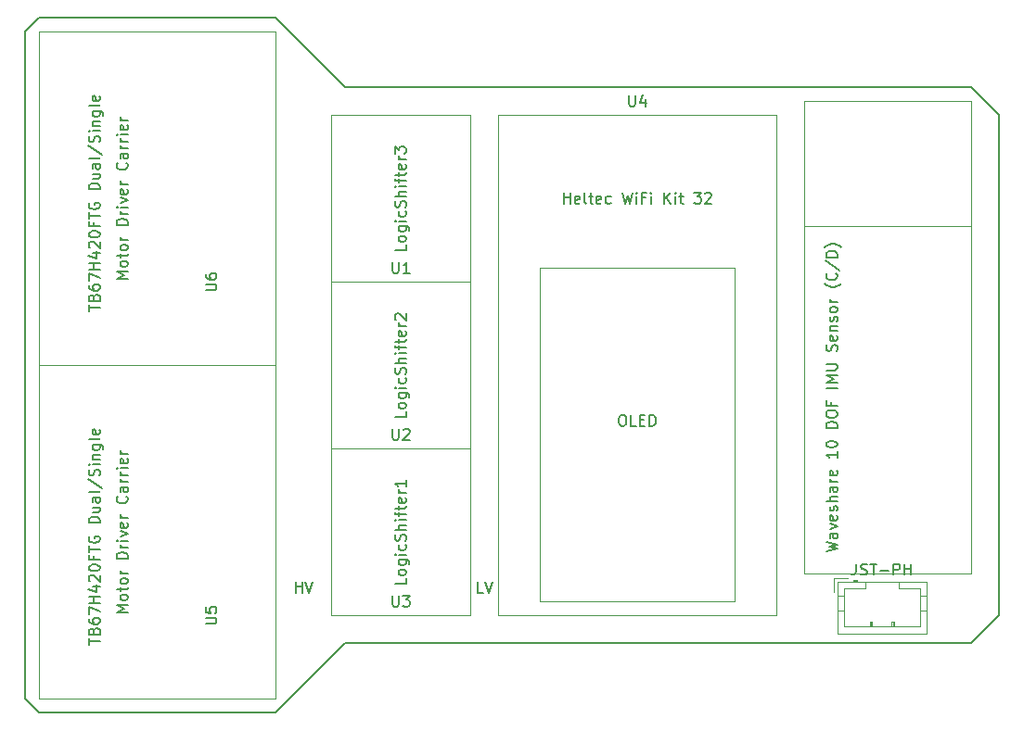
<source format=gbr>
G04 #@! TF.GenerationSoftware,KiCad,Pcbnew,(5.1.2)-2*
G04 #@! TF.CreationDate,2019-07-24T13:36:26-05:00*
G04 #@! TF.ProjectId,ECE 597 PCB,45434520-3539-4372-9050-43422e6b6963,rev?*
G04 #@! TF.SameCoordinates,Original*
G04 #@! TF.FileFunction,Legend,Top*
G04 #@! TF.FilePolarity,Positive*
%FSLAX46Y46*%
G04 Gerber Fmt 4.6, Leading zero omitted, Abs format (unit mm)*
G04 Created by KiCad (PCBNEW (5.1.2)-2) date 2019-07-24 13:36:26*
%MOMM*%
%LPD*%
G04 APERTURE LIST*
%ADD10C,0.150000*%
%ADD11C,0.120000*%
G04 APERTURE END LIST*
D10*
X161760000Y-75080000D02*
X161760000Y-85240000D01*
X159220000Y-72540000D02*
X161760000Y-75080000D01*
X146520000Y-72540000D02*
X159220000Y-72540000D01*
X161760000Y-120800000D02*
X161760000Y-110640000D01*
X159220000Y-123340000D02*
X161760000Y-120800000D01*
X141440000Y-123340000D02*
X159220000Y-123340000D01*
X161760000Y-85240000D02*
X161760000Y-110640000D01*
X146520000Y-72540000D02*
X141440000Y-72540000D01*
X114650952Y-118712380D02*
X114174761Y-118712380D01*
X114174761Y-117712380D01*
X114841428Y-117712380D02*
X115174761Y-118712380D01*
X115508095Y-117712380D01*
X97545714Y-118712380D02*
X97545714Y-117712380D01*
X97545714Y-118188571D02*
X98117142Y-118188571D01*
X98117142Y-118712380D02*
X98117142Y-117712380D01*
X98450476Y-117712380D02*
X98783809Y-118712380D01*
X99117142Y-117712380D01*
X102070000Y-72540000D02*
X141440000Y-72540000D01*
X95720000Y-66190000D02*
X102070000Y-72540000D01*
X94450000Y-66190000D02*
X95720000Y-66190000D01*
X74130000Y-66190000D02*
X94450000Y-66190000D01*
X72860000Y-67460000D02*
X74130000Y-66190000D01*
X72860000Y-128420000D02*
X72860000Y-67460000D01*
X74130000Y-129690000D02*
X72860000Y-128420000D01*
X95720000Y-129690000D02*
X74130000Y-129690000D01*
X102070000Y-123340000D02*
X95720000Y-129690000D01*
X141440000Y-123340000D02*
X102070000Y-123340000D01*
D11*
G04 #@! TO.C,U6*
X74130000Y-97940000D02*
X95720000Y-97940000D01*
X74130000Y-67460000D02*
X74130000Y-97940000D01*
X95720000Y-67460000D02*
X74130000Y-67460000D01*
X95720000Y-97940000D02*
X95720000Y-67460000D01*
G04 #@! TO.C,U5*
X74130000Y-128420000D02*
X95720000Y-128420000D01*
X74130000Y-97940000D02*
X74130000Y-128420000D01*
X95720000Y-97940000D02*
X74130000Y-97940000D01*
X95720000Y-128420000D02*
X95720000Y-97940000D01*
G04 #@! TO.C,U4*
X116040000Y-75080000D02*
X141440000Y-75080000D01*
X141440000Y-75080000D02*
X141440000Y-120800000D01*
X141440000Y-120800000D02*
X116040000Y-120800000D01*
X116040000Y-120800000D02*
X116040000Y-75080000D01*
X119850000Y-119530000D02*
X137630000Y-119530000D01*
X137630000Y-119530000D02*
X137630000Y-89050000D01*
X137630000Y-89050000D02*
X119850000Y-89050000D01*
X119850000Y-89050000D02*
X119850000Y-119530000D01*
G04 #@! TO.C,U1*
X113500000Y-90320000D02*
X113500000Y-75080000D01*
X113500000Y-75080000D02*
X100800000Y-75080000D01*
X100800000Y-75080000D02*
X100800000Y-90320000D01*
X100800000Y-90320000D02*
X113500000Y-90320000D01*
G04 #@! TO.C,U2*
X100800000Y-105560000D02*
X113500000Y-105560000D01*
X100800000Y-90320000D02*
X100800000Y-105560000D01*
X113500000Y-90320000D02*
X100800000Y-90320000D01*
X113500000Y-105560000D02*
X113500000Y-90320000D01*
G04 #@! TO.C,U3*
X113500000Y-120800000D02*
X113500000Y-105560000D01*
X113500000Y-105560000D02*
X100800000Y-105560000D01*
X100800000Y-105560000D02*
X100800000Y-120800000D01*
X100800000Y-120800000D02*
X113500000Y-120800000D01*
G04 #@! TO.C,JST-PH*
X147000000Y-117720000D02*
X147000000Y-122440000D01*
X147000000Y-122440000D02*
X155120000Y-122440000D01*
X155120000Y-122440000D02*
X155120000Y-117720000D01*
X155120000Y-117720000D02*
X147000000Y-117720000D01*
X148760000Y-117720000D02*
X148760000Y-117520000D01*
X148760000Y-117520000D02*
X148460000Y-117520000D01*
X148460000Y-117520000D02*
X148460000Y-117720000D01*
X148760000Y-117620000D02*
X148460000Y-117620000D01*
X149560000Y-117720000D02*
X149560000Y-118330000D01*
X149560000Y-118330000D02*
X147610000Y-118330000D01*
X147610000Y-118330000D02*
X147610000Y-121830000D01*
X147610000Y-121830000D02*
X154510000Y-121830000D01*
X154510000Y-121830000D02*
X154510000Y-118330000D01*
X154510000Y-118330000D02*
X152560000Y-118330000D01*
X152560000Y-118330000D02*
X152560000Y-117720000D01*
X147000000Y-119030000D02*
X147610000Y-119030000D01*
X147000000Y-120330000D02*
X147610000Y-120330000D01*
X155120000Y-119030000D02*
X154510000Y-119030000D01*
X155120000Y-120330000D02*
X154510000Y-120330000D01*
X149960000Y-121830000D02*
X149960000Y-121330000D01*
X149960000Y-121330000D02*
X150160000Y-121330000D01*
X150160000Y-121330000D02*
X150160000Y-121830000D01*
X150060000Y-121830000D02*
X150060000Y-121330000D01*
X151960000Y-121830000D02*
X151960000Y-121330000D01*
X151960000Y-121330000D02*
X152160000Y-121330000D01*
X152160000Y-121330000D02*
X152160000Y-121830000D01*
X152060000Y-121830000D02*
X152060000Y-121330000D01*
X147950000Y-117420000D02*
X146700000Y-117420000D01*
X146700000Y-117420000D02*
X146700000Y-118670000D01*
G04 #@! TO.C,Waveshare 10 DOF IMU Sensor (C/D) *
X143980000Y-73810000D02*
X143980000Y-95400000D01*
X159220000Y-95400000D02*
X159220000Y-73810000D01*
X159220000Y-73810000D02*
X143980000Y-73810000D01*
X159220000Y-95400000D02*
X159220000Y-101750000D01*
X143980000Y-101750000D02*
X143980000Y-95400000D01*
X159220000Y-101750000D02*
X159220000Y-105560000D01*
X143980000Y-101750000D02*
X143980000Y-105560000D01*
X159220000Y-85240000D02*
X143980000Y-85240000D01*
X143980000Y-85240000D02*
X143980000Y-116990000D01*
X143980000Y-116990000D02*
X159220000Y-116990000D01*
X159220000Y-116990000D02*
X159220000Y-105560000D01*
G04 #@! TD*
G04 #@! TO.C,U6*
D10*
X89322380Y-91081904D02*
X90131904Y-91081904D01*
X90227142Y-91034285D01*
X90274761Y-90986666D01*
X90322380Y-90891428D01*
X90322380Y-90700952D01*
X90274761Y-90605714D01*
X90227142Y-90558095D01*
X90131904Y-90510476D01*
X89322380Y-90510476D01*
X89322380Y-89605714D02*
X89322380Y-89796190D01*
X89370000Y-89891428D01*
X89417619Y-89939047D01*
X89560476Y-90034285D01*
X89750952Y-90081904D01*
X90131904Y-90081904D01*
X90227142Y-90034285D01*
X90274761Y-89986666D01*
X90322380Y-89891428D01*
X90322380Y-89700952D01*
X90274761Y-89605714D01*
X90227142Y-89558095D01*
X90131904Y-89510476D01*
X89893809Y-89510476D01*
X89798571Y-89558095D01*
X89750952Y-89605714D01*
X89703333Y-89700952D01*
X89703333Y-89891428D01*
X89750952Y-89986666D01*
X89798571Y-90034285D01*
X89893809Y-90081904D01*
X82202380Y-90009523D02*
X81202380Y-90009523D01*
X81916666Y-89676190D01*
X81202380Y-89342857D01*
X82202380Y-89342857D01*
X82202380Y-88723809D02*
X82154761Y-88819047D01*
X82107142Y-88866666D01*
X82011904Y-88914285D01*
X81726190Y-88914285D01*
X81630952Y-88866666D01*
X81583333Y-88819047D01*
X81535714Y-88723809D01*
X81535714Y-88580952D01*
X81583333Y-88485714D01*
X81630952Y-88438095D01*
X81726190Y-88390476D01*
X82011904Y-88390476D01*
X82107142Y-88438095D01*
X82154761Y-88485714D01*
X82202380Y-88580952D01*
X82202380Y-88723809D01*
X81535714Y-88104761D02*
X81535714Y-87723809D01*
X81202380Y-87961904D02*
X82059523Y-87961904D01*
X82154761Y-87914285D01*
X82202380Y-87819047D01*
X82202380Y-87723809D01*
X82202380Y-87247619D02*
X82154761Y-87342857D01*
X82107142Y-87390476D01*
X82011904Y-87438095D01*
X81726190Y-87438095D01*
X81630952Y-87390476D01*
X81583333Y-87342857D01*
X81535714Y-87247619D01*
X81535714Y-87104761D01*
X81583333Y-87009523D01*
X81630952Y-86961904D01*
X81726190Y-86914285D01*
X82011904Y-86914285D01*
X82107142Y-86961904D01*
X82154761Y-87009523D01*
X82202380Y-87104761D01*
X82202380Y-87247619D01*
X82202380Y-86485714D02*
X81535714Y-86485714D01*
X81726190Y-86485714D02*
X81630952Y-86438095D01*
X81583333Y-86390476D01*
X81535714Y-86295238D01*
X81535714Y-86200000D01*
X82202380Y-85104761D02*
X81202380Y-85104761D01*
X81202380Y-84866666D01*
X81250000Y-84723809D01*
X81345238Y-84628571D01*
X81440476Y-84580952D01*
X81630952Y-84533333D01*
X81773809Y-84533333D01*
X81964285Y-84580952D01*
X82059523Y-84628571D01*
X82154761Y-84723809D01*
X82202380Y-84866666D01*
X82202380Y-85104761D01*
X82202380Y-84104761D02*
X81535714Y-84104761D01*
X81726190Y-84104761D02*
X81630952Y-84057142D01*
X81583333Y-84009523D01*
X81535714Y-83914285D01*
X81535714Y-83819047D01*
X82202380Y-83485714D02*
X81535714Y-83485714D01*
X81202380Y-83485714D02*
X81250000Y-83533333D01*
X81297619Y-83485714D01*
X81250000Y-83438095D01*
X81202380Y-83485714D01*
X81297619Y-83485714D01*
X81535714Y-83104761D02*
X82202380Y-82866666D01*
X81535714Y-82628571D01*
X82154761Y-81866666D02*
X82202380Y-81961904D01*
X82202380Y-82152380D01*
X82154761Y-82247619D01*
X82059523Y-82295238D01*
X81678571Y-82295238D01*
X81583333Y-82247619D01*
X81535714Y-82152380D01*
X81535714Y-81961904D01*
X81583333Y-81866666D01*
X81678571Y-81819047D01*
X81773809Y-81819047D01*
X81869047Y-82295238D01*
X82202380Y-81390476D02*
X81535714Y-81390476D01*
X81726190Y-81390476D02*
X81630952Y-81342857D01*
X81583333Y-81295238D01*
X81535714Y-81200000D01*
X81535714Y-81104761D01*
X82107142Y-79438095D02*
X82154761Y-79485714D01*
X82202380Y-79628571D01*
X82202380Y-79723809D01*
X82154761Y-79866666D01*
X82059523Y-79961904D01*
X81964285Y-80009523D01*
X81773809Y-80057142D01*
X81630952Y-80057142D01*
X81440476Y-80009523D01*
X81345238Y-79961904D01*
X81250000Y-79866666D01*
X81202380Y-79723809D01*
X81202380Y-79628571D01*
X81250000Y-79485714D01*
X81297619Y-79438095D01*
X82202380Y-78580952D02*
X81678571Y-78580952D01*
X81583333Y-78628571D01*
X81535714Y-78723809D01*
X81535714Y-78914285D01*
X81583333Y-79009523D01*
X82154761Y-78580952D02*
X82202380Y-78676190D01*
X82202380Y-78914285D01*
X82154761Y-79009523D01*
X82059523Y-79057142D01*
X81964285Y-79057142D01*
X81869047Y-79009523D01*
X81821428Y-78914285D01*
X81821428Y-78676190D01*
X81773809Y-78580952D01*
X82202380Y-78104761D02*
X81535714Y-78104761D01*
X81726190Y-78104761D02*
X81630952Y-78057142D01*
X81583333Y-78009523D01*
X81535714Y-77914285D01*
X81535714Y-77819047D01*
X82202380Y-77485714D02*
X81535714Y-77485714D01*
X81726190Y-77485714D02*
X81630952Y-77438095D01*
X81583333Y-77390476D01*
X81535714Y-77295238D01*
X81535714Y-77200000D01*
X82202380Y-76866666D02*
X81535714Y-76866666D01*
X81202380Y-76866666D02*
X81250000Y-76914285D01*
X81297619Y-76866666D01*
X81250000Y-76819047D01*
X81202380Y-76866666D01*
X81297619Y-76866666D01*
X82154761Y-76009523D02*
X82202380Y-76104761D01*
X82202380Y-76295238D01*
X82154761Y-76390476D01*
X82059523Y-76438095D01*
X81678571Y-76438095D01*
X81583333Y-76390476D01*
X81535714Y-76295238D01*
X81535714Y-76104761D01*
X81583333Y-76009523D01*
X81678571Y-75961904D01*
X81773809Y-75961904D01*
X81869047Y-76438095D01*
X82202380Y-75533333D02*
X81535714Y-75533333D01*
X81726190Y-75533333D02*
X81630952Y-75485714D01*
X81583333Y-75438095D01*
X81535714Y-75342857D01*
X81535714Y-75247619D01*
X78662380Y-92961904D02*
X78662380Y-92390476D01*
X79662380Y-92676190D02*
X78662380Y-92676190D01*
X79138571Y-91723809D02*
X79186190Y-91580952D01*
X79233809Y-91533333D01*
X79329047Y-91485714D01*
X79471904Y-91485714D01*
X79567142Y-91533333D01*
X79614761Y-91580952D01*
X79662380Y-91676190D01*
X79662380Y-92057142D01*
X78662380Y-92057142D01*
X78662380Y-91723809D01*
X78710000Y-91628571D01*
X78757619Y-91580952D01*
X78852857Y-91533333D01*
X78948095Y-91533333D01*
X79043333Y-91580952D01*
X79090952Y-91628571D01*
X79138571Y-91723809D01*
X79138571Y-92057142D01*
X78662380Y-90628571D02*
X78662380Y-90819047D01*
X78710000Y-90914285D01*
X78757619Y-90961904D01*
X78900476Y-91057142D01*
X79090952Y-91104761D01*
X79471904Y-91104761D01*
X79567142Y-91057142D01*
X79614761Y-91009523D01*
X79662380Y-90914285D01*
X79662380Y-90723809D01*
X79614761Y-90628571D01*
X79567142Y-90580952D01*
X79471904Y-90533333D01*
X79233809Y-90533333D01*
X79138571Y-90580952D01*
X79090952Y-90628571D01*
X79043333Y-90723809D01*
X79043333Y-90914285D01*
X79090952Y-91009523D01*
X79138571Y-91057142D01*
X79233809Y-91104761D01*
X78662380Y-90200000D02*
X78662380Y-89533333D01*
X79662380Y-89961904D01*
X79662380Y-89152380D02*
X78662380Y-89152380D01*
X79138571Y-89152380D02*
X79138571Y-88580952D01*
X79662380Y-88580952D02*
X78662380Y-88580952D01*
X78995714Y-87676190D02*
X79662380Y-87676190D01*
X78614761Y-87914285D02*
X79329047Y-88152380D01*
X79329047Y-87533333D01*
X78757619Y-87200000D02*
X78710000Y-87152380D01*
X78662380Y-87057142D01*
X78662380Y-86819047D01*
X78710000Y-86723809D01*
X78757619Y-86676190D01*
X78852857Y-86628571D01*
X78948095Y-86628571D01*
X79090952Y-86676190D01*
X79662380Y-87247619D01*
X79662380Y-86628571D01*
X78662380Y-86009523D02*
X78662380Y-85914285D01*
X78710000Y-85819047D01*
X78757619Y-85771428D01*
X78852857Y-85723809D01*
X79043333Y-85676190D01*
X79281428Y-85676190D01*
X79471904Y-85723809D01*
X79567142Y-85771428D01*
X79614761Y-85819047D01*
X79662380Y-85914285D01*
X79662380Y-86009523D01*
X79614761Y-86104761D01*
X79567142Y-86152380D01*
X79471904Y-86200000D01*
X79281428Y-86247619D01*
X79043333Y-86247619D01*
X78852857Y-86200000D01*
X78757619Y-86152380D01*
X78710000Y-86104761D01*
X78662380Y-86009523D01*
X79138571Y-84914285D02*
X79138571Y-85247619D01*
X79662380Y-85247619D02*
X78662380Y-85247619D01*
X78662380Y-84771428D01*
X78662380Y-84533333D02*
X78662380Y-83961904D01*
X79662380Y-84247619D02*
X78662380Y-84247619D01*
X78710000Y-83104761D02*
X78662380Y-83200000D01*
X78662380Y-83342857D01*
X78710000Y-83485714D01*
X78805238Y-83580952D01*
X78900476Y-83628571D01*
X79090952Y-83676190D01*
X79233809Y-83676190D01*
X79424285Y-83628571D01*
X79519523Y-83580952D01*
X79614761Y-83485714D01*
X79662380Y-83342857D01*
X79662380Y-83247619D01*
X79614761Y-83104761D01*
X79567142Y-83057142D01*
X79233809Y-83057142D01*
X79233809Y-83247619D01*
X79662380Y-81866666D02*
X78662380Y-81866666D01*
X78662380Y-81628571D01*
X78710000Y-81485714D01*
X78805238Y-81390476D01*
X78900476Y-81342857D01*
X79090952Y-81295238D01*
X79233809Y-81295238D01*
X79424285Y-81342857D01*
X79519523Y-81390476D01*
X79614761Y-81485714D01*
X79662380Y-81628571D01*
X79662380Y-81866666D01*
X78995714Y-80438095D02*
X79662380Y-80438095D01*
X78995714Y-80866666D02*
X79519523Y-80866666D01*
X79614761Y-80819047D01*
X79662380Y-80723809D01*
X79662380Y-80580952D01*
X79614761Y-80485714D01*
X79567142Y-80438095D01*
X79662380Y-79533333D02*
X79138571Y-79533333D01*
X79043333Y-79580952D01*
X78995714Y-79676190D01*
X78995714Y-79866666D01*
X79043333Y-79961904D01*
X79614761Y-79533333D02*
X79662380Y-79628571D01*
X79662380Y-79866666D01*
X79614761Y-79961904D01*
X79519523Y-80009523D01*
X79424285Y-80009523D01*
X79329047Y-79961904D01*
X79281428Y-79866666D01*
X79281428Y-79628571D01*
X79233809Y-79533333D01*
X79662380Y-78914285D02*
X79614761Y-79009523D01*
X79519523Y-79057142D01*
X78662380Y-79057142D01*
X78614761Y-77819047D02*
X79900476Y-78676190D01*
X79614761Y-77533333D02*
X79662380Y-77390476D01*
X79662380Y-77152380D01*
X79614761Y-77057142D01*
X79567142Y-77009523D01*
X79471904Y-76961904D01*
X79376666Y-76961904D01*
X79281428Y-77009523D01*
X79233809Y-77057142D01*
X79186190Y-77152380D01*
X79138571Y-77342857D01*
X79090952Y-77438095D01*
X79043333Y-77485714D01*
X78948095Y-77533333D01*
X78852857Y-77533333D01*
X78757619Y-77485714D01*
X78710000Y-77438095D01*
X78662380Y-77342857D01*
X78662380Y-77104761D01*
X78710000Y-76961904D01*
X79662380Y-76533333D02*
X78995714Y-76533333D01*
X78662380Y-76533333D02*
X78710000Y-76580952D01*
X78757619Y-76533333D01*
X78710000Y-76485714D01*
X78662380Y-76533333D01*
X78757619Y-76533333D01*
X78995714Y-76057142D02*
X79662380Y-76057142D01*
X79090952Y-76057142D02*
X79043333Y-76009523D01*
X78995714Y-75914285D01*
X78995714Y-75771428D01*
X79043333Y-75676190D01*
X79138571Y-75628571D01*
X79662380Y-75628571D01*
X78995714Y-74723809D02*
X79805238Y-74723809D01*
X79900476Y-74771428D01*
X79948095Y-74819047D01*
X79995714Y-74914285D01*
X79995714Y-75057142D01*
X79948095Y-75152380D01*
X79614761Y-74723809D02*
X79662380Y-74819047D01*
X79662380Y-75009523D01*
X79614761Y-75104761D01*
X79567142Y-75152380D01*
X79471904Y-75200000D01*
X79186190Y-75200000D01*
X79090952Y-75152380D01*
X79043333Y-75104761D01*
X78995714Y-75009523D01*
X78995714Y-74819047D01*
X79043333Y-74723809D01*
X79662380Y-74104761D02*
X79614761Y-74200000D01*
X79519523Y-74247619D01*
X78662380Y-74247619D01*
X79614761Y-73342857D02*
X79662380Y-73438095D01*
X79662380Y-73628571D01*
X79614761Y-73723809D01*
X79519523Y-73771428D01*
X79138571Y-73771428D01*
X79043333Y-73723809D01*
X78995714Y-73628571D01*
X78995714Y-73438095D01*
X79043333Y-73342857D01*
X79138571Y-73295238D01*
X79233809Y-73295238D01*
X79329047Y-73771428D01*
G04 #@! TO.C,U5*
X89322380Y-121561904D02*
X90131904Y-121561904D01*
X90227142Y-121514285D01*
X90274761Y-121466666D01*
X90322380Y-121371428D01*
X90322380Y-121180952D01*
X90274761Y-121085714D01*
X90227142Y-121038095D01*
X90131904Y-120990476D01*
X89322380Y-120990476D01*
X89322380Y-120038095D02*
X89322380Y-120514285D01*
X89798571Y-120561904D01*
X89750952Y-120514285D01*
X89703333Y-120419047D01*
X89703333Y-120180952D01*
X89750952Y-120085714D01*
X89798571Y-120038095D01*
X89893809Y-119990476D01*
X90131904Y-119990476D01*
X90227142Y-120038095D01*
X90274761Y-120085714D01*
X90322380Y-120180952D01*
X90322380Y-120419047D01*
X90274761Y-120514285D01*
X90227142Y-120561904D01*
X82202380Y-120489523D02*
X81202380Y-120489523D01*
X81916666Y-120156190D01*
X81202380Y-119822857D01*
X82202380Y-119822857D01*
X82202380Y-119203809D02*
X82154761Y-119299047D01*
X82107142Y-119346666D01*
X82011904Y-119394285D01*
X81726190Y-119394285D01*
X81630952Y-119346666D01*
X81583333Y-119299047D01*
X81535714Y-119203809D01*
X81535714Y-119060952D01*
X81583333Y-118965714D01*
X81630952Y-118918095D01*
X81726190Y-118870476D01*
X82011904Y-118870476D01*
X82107142Y-118918095D01*
X82154761Y-118965714D01*
X82202380Y-119060952D01*
X82202380Y-119203809D01*
X81535714Y-118584761D02*
X81535714Y-118203809D01*
X81202380Y-118441904D02*
X82059523Y-118441904D01*
X82154761Y-118394285D01*
X82202380Y-118299047D01*
X82202380Y-118203809D01*
X82202380Y-117727619D02*
X82154761Y-117822857D01*
X82107142Y-117870476D01*
X82011904Y-117918095D01*
X81726190Y-117918095D01*
X81630952Y-117870476D01*
X81583333Y-117822857D01*
X81535714Y-117727619D01*
X81535714Y-117584761D01*
X81583333Y-117489523D01*
X81630952Y-117441904D01*
X81726190Y-117394285D01*
X82011904Y-117394285D01*
X82107142Y-117441904D01*
X82154761Y-117489523D01*
X82202380Y-117584761D01*
X82202380Y-117727619D01*
X82202380Y-116965714D02*
X81535714Y-116965714D01*
X81726190Y-116965714D02*
X81630952Y-116918095D01*
X81583333Y-116870476D01*
X81535714Y-116775238D01*
X81535714Y-116680000D01*
X82202380Y-115584761D02*
X81202380Y-115584761D01*
X81202380Y-115346666D01*
X81250000Y-115203809D01*
X81345238Y-115108571D01*
X81440476Y-115060952D01*
X81630952Y-115013333D01*
X81773809Y-115013333D01*
X81964285Y-115060952D01*
X82059523Y-115108571D01*
X82154761Y-115203809D01*
X82202380Y-115346666D01*
X82202380Y-115584761D01*
X82202380Y-114584761D02*
X81535714Y-114584761D01*
X81726190Y-114584761D02*
X81630952Y-114537142D01*
X81583333Y-114489523D01*
X81535714Y-114394285D01*
X81535714Y-114299047D01*
X82202380Y-113965714D02*
X81535714Y-113965714D01*
X81202380Y-113965714D02*
X81250000Y-114013333D01*
X81297619Y-113965714D01*
X81250000Y-113918095D01*
X81202380Y-113965714D01*
X81297619Y-113965714D01*
X81535714Y-113584761D02*
X82202380Y-113346666D01*
X81535714Y-113108571D01*
X82154761Y-112346666D02*
X82202380Y-112441904D01*
X82202380Y-112632380D01*
X82154761Y-112727619D01*
X82059523Y-112775238D01*
X81678571Y-112775238D01*
X81583333Y-112727619D01*
X81535714Y-112632380D01*
X81535714Y-112441904D01*
X81583333Y-112346666D01*
X81678571Y-112299047D01*
X81773809Y-112299047D01*
X81869047Y-112775238D01*
X82202380Y-111870476D02*
X81535714Y-111870476D01*
X81726190Y-111870476D02*
X81630952Y-111822857D01*
X81583333Y-111775238D01*
X81535714Y-111680000D01*
X81535714Y-111584761D01*
X82107142Y-109918095D02*
X82154761Y-109965714D01*
X82202380Y-110108571D01*
X82202380Y-110203809D01*
X82154761Y-110346666D01*
X82059523Y-110441904D01*
X81964285Y-110489523D01*
X81773809Y-110537142D01*
X81630952Y-110537142D01*
X81440476Y-110489523D01*
X81345238Y-110441904D01*
X81250000Y-110346666D01*
X81202380Y-110203809D01*
X81202380Y-110108571D01*
X81250000Y-109965714D01*
X81297619Y-109918095D01*
X82202380Y-109060952D02*
X81678571Y-109060952D01*
X81583333Y-109108571D01*
X81535714Y-109203809D01*
X81535714Y-109394285D01*
X81583333Y-109489523D01*
X82154761Y-109060952D02*
X82202380Y-109156190D01*
X82202380Y-109394285D01*
X82154761Y-109489523D01*
X82059523Y-109537142D01*
X81964285Y-109537142D01*
X81869047Y-109489523D01*
X81821428Y-109394285D01*
X81821428Y-109156190D01*
X81773809Y-109060952D01*
X82202380Y-108584761D02*
X81535714Y-108584761D01*
X81726190Y-108584761D02*
X81630952Y-108537142D01*
X81583333Y-108489523D01*
X81535714Y-108394285D01*
X81535714Y-108299047D01*
X82202380Y-107965714D02*
X81535714Y-107965714D01*
X81726190Y-107965714D02*
X81630952Y-107918095D01*
X81583333Y-107870476D01*
X81535714Y-107775238D01*
X81535714Y-107680000D01*
X82202380Y-107346666D02*
X81535714Y-107346666D01*
X81202380Y-107346666D02*
X81250000Y-107394285D01*
X81297619Y-107346666D01*
X81250000Y-107299047D01*
X81202380Y-107346666D01*
X81297619Y-107346666D01*
X82154761Y-106489523D02*
X82202380Y-106584761D01*
X82202380Y-106775238D01*
X82154761Y-106870476D01*
X82059523Y-106918095D01*
X81678571Y-106918095D01*
X81583333Y-106870476D01*
X81535714Y-106775238D01*
X81535714Y-106584761D01*
X81583333Y-106489523D01*
X81678571Y-106441904D01*
X81773809Y-106441904D01*
X81869047Y-106918095D01*
X82202380Y-106013333D02*
X81535714Y-106013333D01*
X81726190Y-106013333D02*
X81630952Y-105965714D01*
X81583333Y-105918095D01*
X81535714Y-105822857D01*
X81535714Y-105727619D01*
X78662380Y-123441904D02*
X78662380Y-122870476D01*
X79662380Y-123156190D02*
X78662380Y-123156190D01*
X79138571Y-122203809D02*
X79186190Y-122060952D01*
X79233809Y-122013333D01*
X79329047Y-121965714D01*
X79471904Y-121965714D01*
X79567142Y-122013333D01*
X79614761Y-122060952D01*
X79662380Y-122156190D01*
X79662380Y-122537142D01*
X78662380Y-122537142D01*
X78662380Y-122203809D01*
X78710000Y-122108571D01*
X78757619Y-122060952D01*
X78852857Y-122013333D01*
X78948095Y-122013333D01*
X79043333Y-122060952D01*
X79090952Y-122108571D01*
X79138571Y-122203809D01*
X79138571Y-122537142D01*
X78662380Y-121108571D02*
X78662380Y-121299047D01*
X78710000Y-121394285D01*
X78757619Y-121441904D01*
X78900476Y-121537142D01*
X79090952Y-121584761D01*
X79471904Y-121584761D01*
X79567142Y-121537142D01*
X79614761Y-121489523D01*
X79662380Y-121394285D01*
X79662380Y-121203809D01*
X79614761Y-121108571D01*
X79567142Y-121060952D01*
X79471904Y-121013333D01*
X79233809Y-121013333D01*
X79138571Y-121060952D01*
X79090952Y-121108571D01*
X79043333Y-121203809D01*
X79043333Y-121394285D01*
X79090952Y-121489523D01*
X79138571Y-121537142D01*
X79233809Y-121584761D01*
X78662380Y-120680000D02*
X78662380Y-120013333D01*
X79662380Y-120441904D01*
X79662380Y-119632380D02*
X78662380Y-119632380D01*
X79138571Y-119632380D02*
X79138571Y-119060952D01*
X79662380Y-119060952D02*
X78662380Y-119060952D01*
X78995714Y-118156190D02*
X79662380Y-118156190D01*
X78614761Y-118394285D02*
X79329047Y-118632380D01*
X79329047Y-118013333D01*
X78757619Y-117680000D02*
X78710000Y-117632380D01*
X78662380Y-117537142D01*
X78662380Y-117299047D01*
X78710000Y-117203809D01*
X78757619Y-117156190D01*
X78852857Y-117108571D01*
X78948095Y-117108571D01*
X79090952Y-117156190D01*
X79662380Y-117727619D01*
X79662380Y-117108571D01*
X78662380Y-116489523D02*
X78662380Y-116394285D01*
X78710000Y-116299047D01*
X78757619Y-116251428D01*
X78852857Y-116203809D01*
X79043333Y-116156190D01*
X79281428Y-116156190D01*
X79471904Y-116203809D01*
X79567142Y-116251428D01*
X79614761Y-116299047D01*
X79662380Y-116394285D01*
X79662380Y-116489523D01*
X79614761Y-116584761D01*
X79567142Y-116632380D01*
X79471904Y-116680000D01*
X79281428Y-116727619D01*
X79043333Y-116727619D01*
X78852857Y-116680000D01*
X78757619Y-116632380D01*
X78710000Y-116584761D01*
X78662380Y-116489523D01*
X79138571Y-115394285D02*
X79138571Y-115727619D01*
X79662380Y-115727619D02*
X78662380Y-115727619D01*
X78662380Y-115251428D01*
X78662380Y-115013333D02*
X78662380Y-114441904D01*
X79662380Y-114727619D02*
X78662380Y-114727619D01*
X78710000Y-113584761D02*
X78662380Y-113680000D01*
X78662380Y-113822857D01*
X78710000Y-113965714D01*
X78805238Y-114060952D01*
X78900476Y-114108571D01*
X79090952Y-114156190D01*
X79233809Y-114156190D01*
X79424285Y-114108571D01*
X79519523Y-114060952D01*
X79614761Y-113965714D01*
X79662380Y-113822857D01*
X79662380Y-113727619D01*
X79614761Y-113584761D01*
X79567142Y-113537142D01*
X79233809Y-113537142D01*
X79233809Y-113727619D01*
X79662380Y-112346666D02*
X78662380Y-112346666D01*
X78662380Y-112108571D01*
X78710000Y-111965714D01*
X78805238Y-111870476D01*
X78900476Y-111822857D01*
X79090952Y-111775238D01*
X79233809Y-111775238D01*
X79424285Y-111822857D01*
X79519523Y-111870476D01*
X79614761Y-111965714D01*
X79662380Y-112108571D01*
X79662380Y-112346666D01*
X78995714Y-110918095D02*
X79662380Y-110918095D01*
X78995714Y-111346666D02*
X79519523Y-111346666D01*
X79614761Y-111299047D01*
X79662380Y-111203809D01*
X79662380Y-111060952D01*
X79614761Y-110965714D01*
X79567142Y-110918095D01*
X79662380Y-110013333D02*
X79138571Y-110013333D01*
X79043333Y-110060952D01*
X78995714Y-110156190D01*
X78995714Y-110346666D01*
X79043333Y-110441904D01*
X79614761Y-110013333D02*
X79662380Y-110108571D01*
X79662380Y-110346666D01*
X79614761Y-110441904D01*
X79519523Y-110489523D01*
X79424285Y-110489523D01*
X79329047Y-110441904D01*
X79281428Y-110346666D01*
X79281428Y-110108571D01*
X79233809Y-110013333D01*
X79662380Y-109394285D02*
X79614761Y-109489523D01*
X79519523Y-109537142D01*
X78662380Y-109537142D01*
X78614761Y-108299047D02*
X79900476Y-109156190D01*
X79614761Y-108013333D02*
X79662380Y-107870476D01*
X79662380Y-107632380D01*
X79614761Y-107537142D01*
X79567142Y-107489523D01*
X79471904Y-107441904D01*
X79376666Y-107441904D01*
X79281428Y-107489523D01*
X79233809Y-107537142D01*
X79186190Y-107632380D01*
X79138571Y-107822857D01*
X79090952Y-107918095D01*
X79043333Y-107965714D01*
X78948095Y-108013333D01*
X78852857Y-108013333D01*
X78757619Y-107965714D01*
X78710000Y-107918095D01*
X78662380Y-107822857D01*
X78662380Y-107584761D01*
X78710000Y-107441904D01*
X79662380Y-107013333D02*
X78995714Y-107013333D01*
X78662380Y-107013333D02*
X78710000Y-107060952D01*
X78757619Y-107013333D01*
X78710000Y-106965714D01*
X78662380Y-107013333D01*
X78757619Y-107013333D01*
X78995714Y-106537142D02*
X79662380Y-106537142D01*
X79090952Y-106537142D02*
X79043333Y-106489523D01*
X78995714Y-106394285D01*
X78995714Y-106251428D01*
X79043333Y-106156190D01*
X79138571Y-106108571D01*
X79662380Y-106108571D01*
X78995714Y-105203809D02*
X79805238Y-105203809D01*
X79900476Y-105251428D01*
X79948095Y-105299047D01*
X79995714Y-105394285D01*
X79995714Y-105537142D01*
X79948095Y-105632380D01*
X79614761Y-105203809D02*
X79662380Y-105299047D01*
X79662380Y-105489523D01*
X79614761Y-105584761D01*
X79567142Y-105632380D01*
X79471904Y-105680000D01*
X79186190Y-105680000D01*
X79090952Y-105632380D01*
X79043333Y-105584761D01*
X78995714Y-105489523D01*
X78995714Y-105299047D01*
X79043333Y-105203809D01*
X79662380Y-104584761D02*
X79614761Y-104680000D01*
X79519523Y-104727619D01*
X78662380Y-104727619D01*
X79614761Y-103822857D02*
X79662380Y-103918095D01*
X79662380Y-104108571D01*
X79614761Y-104203809D01*
X79519523Y-104251428D01*
X79138571Y-104251428D01*
X79043333Y-104203809D01*
X78995714Y-104108571D01*
X78995714Y-103918095D01*
X79043333Y-103822857D01*
X79138571Y-103775238D01*
X79233809Y-103775238D01*
X79329047Y-104251428D01*
G04 #@! TO.C,U4*
X127978095Y-73262380D02*
X127978095Y-74071904D01*
X128025714Y-74167142D01*
X128073333Y-74214761D01*
X128168571Y-74262380D01*
X128359047Y-74262380D01*
X128454285Y-74214761D01*
X128501904Y-74167142D01*
X128549523Y-74071904D01*
X128549523Y-73262380D01*
X129454285Y-73595714D02*
X129454285Y-74262380D01*
X129216190Y-73214761D02*
X128978095Y-73929047D01*
X129597142Y-73929047D01*
X127287619Y-102472380D02*
X127478095Y-102472380D01*
X127573333Y-102520000D01*
X127668571Y-102615238D01*
X127716190Y-102805714D01*
X127716190Y-103139047D01*
X127668571Y-103329523D01*
X127573333Y-103424761D01*
X127478095Y-103472380D01*
X127287619Y-103472380D01*
X127192380Y-103424761D01*
X127097142Y-103329523D01*
X127049523Y-103139047D01*
X127049523Y-102805714D01*
X127097142Y-102615238D01*
X127192380Y-102520000D01*
X127287619Y-102472380D01*
X128620952Y-103472380D02*
X128144761Y-103472380D01*
X128144761Y-102472380D01*
X128954285Y-102948571D02*
X129287619Y-102948571D01*
X129430476Y-103472380D02*
X128954285Y-103472380D01*
X128954285Y-102472380D01*
X129430476Y-102472380D01*
X129859047Y-103472380D02*
X129859047Y-102472380D01*
X130097142Y-102472380D01*
X130240000Y-102520000D01*
X130335238Y-102615238D01*
X130382857Y-102710476D01*
X130430476Y-102900952D01*
X130430476Y-103043809D01*
X130382857Y-103234285D01*
X130335238Y-103329523D01*
X130240000Y-103424761D01*
X130097142Y-103472380D01*
X129859047Y-103472380D01*
X122025714Y-83152380D02*
X122025714Y-82152380D01*
X122025714Y-82628571D02*
X122597142Y-82628571D01*
X122597142Y-83152380D02*
X122597142Y-82152380D01*
X123454285Y-83104761D02*
X123359047Y-83152380D01*
X123168571Y-83152380D01*
X123073333Y-83104761D01*
X123025714Y-83009523D01*
X123025714Y-82628571D01*
X123073333Y-82533333D01*
X123168571Y-82485714D01*
X123359047Y-82485714D01*
X123454285Y-82533333D01*
X123501904Y-82628571D01*
X123501904Y-82723809D01*
X123025714Y-82819047D01*
X124073333Y-83152380D02*
X123978095Y-83104761D01*
X123930476Y-83009523D01*
X123930476Y-82152380D01*
X124311428Y-82485714D02*
X124692380Y-82485714D01*
X124454285Y-82152380D02*
X124454285Y-83009523D01*
X124501904Y-83104761D01*
X124597142Y-83152380D01*
X124692380Y-83152380D01*
X125406666Y-83104761D02*
X125311428Y-83152380D01*
X125120952Y-83152380D01*
X125025714Y-83104761D01*
X124978095Y-83009523D01*
X124978095Y-82628571D01*
X125025714Y-82533333D01*
X125120952Y-82485714D01*
X125311428Y-82485714D01*
X125406666Y-82533333D01*
X125454285Y-82628571D01*
X125454285Y-82723809D01*
X124978095Y-82819047D01*
X126311428Y-83104761D02*
X126216190Y-83152380D01*
X126025714Y-83152380D01*
X125930476Y-83104761D01*
X125882857Y-83057142D01*
X125835238Y-82961904D01*
X125835238Y-82676190D01*
X125882857Y-82580952D01*
X125930476Y-82533333D01*
X126025714Y-82485714D01*
X126216190Y-82485714D01*
X126311428Y-82533333D01*
X127406666Y-82152380D02*
X127644761Y-83152380D01*
X127835238Y-82438095D01*
X128025714Y-83152380D01*
X128263809Y-82152380D01*
X128644761Y-83152380D02*
X128644761Y-82485714D01*
X128644761Y-82152380D02*
X128597142Y-82200000D01*
X128644761Y-82247619D01*
X128692380Y-82200000D01*
X128644761Y-82152380D01*
X128644761Y-82247619D01*
X129454285Y-82628571D02*
X129120952Y-82628571D01*
X129120952Y-83152380D02*
X129120952Y-82152380D01*
X129597142Y-82152380D01*
X129978095Y-83152380D02*
X129978095Y-82485714D01*
X129978095Y-82152380D02*
X129930476Y-82200000D01*
X129978095Y-82247619D01*
X130025714Y-82200000D01*
X129978095Y-82152380D01*
X129978095Y-82247619D01*
X131216190Y-83152380D02*
X131216190Y-82152380D01*
X131787619Y-83152380D02*
X131359047Y-82580952D01*
X131787619Y-82152380D02*
X131216190Y-82723809D01*
X132216190Y-83152380D02*
X132216190Y-82485714D01*
X132216190Y-82152380D02*
X132168571Y-82200000D01*
X132216190Y-82247619D01*
X132263809Y-82200000D01*
X132216190Y-82152380D01*
X132216190Y-82247619D01*
X132549523Y-82485714D02*
X132930476Y-82485714D01*
X132692380Y-82152380D02*
X132692380Y-83009523D01*
X132740000Y-83104761D01*
X132835238Y-83152380D01*
X132930476Y-83152380D01*
X133930476Y-82152380D02*
X134549523Y-82152380D01*
X134216190Y-82533333D01*
X134359047Y-82533333D01*
X134454285Y-82580952D01*
X134501904Y-82628571D01*
X134549523Y-82723809D01*
X134549523Y-82961904D01*
X134501904Y-83057142D01*
X134454285Y-83104761D01*
X134359047Y-83152380D01*
X134073333Y-83152380D01*
X133978095Y-83104761D01*
X133930476Y-83057142D01*
X134930476Y-82247619D02*
X134978095Y-82200000D01*
X135073333Y-82152380D01*
X135311428Y-82152380D01*
X135406666Y-82200000D01*
X135454285Y-82247619D01*
X135501904Y-82342857D01*
X135501904Y-82438095D01*
X135454285Y-82580952D01*
X134882857Y-83152380D01*
X135501904Y-83152380D01*
G04 #@! TO.C,U1*
X106388095Y-88502380D02*
X106388095Y-89311904D01*
X106435714Y-89407142D01*
X106483333Y-89454761D01*
X106578571Y-89502380D01*
X106769047Y-89502380D01*
X106864285Y-89454761D01*
X106911904Y-89407142D01*
X106959523Y-89311904D01*
X106959523Y-88502380D01*
X107959523Y-89502380D02*
X107388095Y-89502380D01*
X107673809Y-89502380D02*
X107673809Y-88502380D01*
X107578571Y-88645238D01*
X107483333Y-88740476D01*
X107388095Y-88788095D01*
X107602380Y-86914285D02*
X107602380Y-87390476D01*
X106602380Y-87390476D01*
X107602380Y-86438095D02*
X107554761Y-86533333D01*
X107507142Y-86580952D01*
X107411904Y-86628571D01*
X107126190Y-86628571D01*
X107030952Y-86580952D01*
X106983333Y-86533333D01*
X106935714Y-86438095D01*
X106935714Y-86295238D01*
X106983333Y-86200000D01*
X107030952Y-86152380D01*
X107126190Y-86104761D01*
X107411904Y-86104761D01*
X107507142Y-86152380D01*
X107554761Y-86200000D01*
X107602380Y-86295238D01*
X107602380Y-86438095D01*
X106935714Y-85247619D02*
X107745238Y-85247619D01*
X107840476Y-85295238D01*
X107888095Y-85342857D01*
X107935714Y-85438095D01*
X107935714Y-85580952D01*
X107888095Y-85676190D01*
X107554761Y-85247619D02*
X107602380Y-85342857D01*
X107602380Y-85533333D01*
X107554761Y-85628571D01*
X107507142Y-85676190D01*
X107411904Y-85723809D01*
X107126190Y-85723809D01*
X107030952Y-85676190D01*
X106983333Y-85628571D01*
X106935714Y-85533333D01*
X106935714Y-85342857D01*
X106983333Y-85247619D01*
X107602380Y-84771428D02*
X106935714Y-84771428D01*
X106602380Y-84771428D02*
X106650000Y-84819047D01*
X106697619Y-84771428D01*
X106650000Y-84723809D01*
X106602380Y-84771428D01*
X106697619Y-84771428D01*
X107554761Y-83866666D02*
X107602380Y-83961904D01*
X107602380Y-84152380D01*
X107554761Y-84247619D01*
X107507142Y-84295238D01*
X107411904Y-84342857D01*
X107126190Y-84342857D01*
X107030952Y-84295238D01*
X106983333Y-84247619D01*
X106935714Y-84152380D01*
X106935714Y-83961904D01*
X106983333Y-83866666D01*
X107554761Y-83485714D02*
X107602380Y-83342857D01*
X107602380Y-83104761D01*
X107554761Y-83009523D01*
X107507142Y-82961904D01*
X107411904Y-82914285D01*
X107316666Y-82914285D01*
X107221428Y-82961904D01*
X107173809Y-83009523D01*
X107126190Y-83104761D01*
X107078571Y-83295238D01*
X107030952Y-83390476D01*
X106983333Y-83438095D01*
X106888095Y-83485714D01*
X106792857Y-83485714D01*
X106697619Y-83438095D01*
X106650000Y-83390476D01*
X106602380Y-83295238D01*
X106602380Y-83057142D01*
X106650000Y-82914285D01*
X107602380Y-82485714D02*
X106602380Y-82485714D01*
X107602380Y-82057142D02*
X107078571Y-82057142D01*
X106983333Y-82104761D01*
X106935714Y-82200000D01*
X106935714Y-82342857D01*
X106983333Y-82438095D01*
X107030952Y-82485714D01*
X107602380Y-81580952D02*
X106935714Y-81580952D01*
X106602380Y-81580952D02*
X106650000Y-81628571D01*
X106697619Y-81580952D01*
X106650000Y-81533333D01*
X106602380Y-81580952D01*
X106697619Y-81580952D01*
X106935714Y-81247619D02*
X106935714Y-80866666D01*
X107602380Y-81104761D02*
X106745238Y-81104761D01*
X106650000Y-81057142D01*
X106602380Y-80961904D01*
X106602380Y-80866666D01*
X106935714Y-80676190D02*
X106935714Y-80295238D01*
X106602380Y-80533333D02*
X107459523Y-80533333D01*
X107554761Y-80485714D01*
X107602380Y-80390476D01*
X107602380Y-80295238D01*
X107554761Y-79580952D02*
X107602380Y-79676190D01*
X107602380Y-79866666D01*
X107554761Y-79961904D01*
X107459523Y-80009523D01*
X107078571Y-80009523D01*
X106983333Y-79961904D01*
X106935714Y-79866666D01*
X106935714Y-79676190D01*
X106983333Y-79580952D01*
X107078571Y-79533333D01*
X107173809Y-79533333D01*
X107269047Y-80009523D01*
X107602380Y-79104761D02*
X106935714Y-79104761D01*
X107126190Y-79104761D02*
X107030952Y-79057142D01*
X106983333Y-79009523D01*
X106935714Y-78914285D01*
X106935714Y-78819047D01*
X106602380Y-78580952D02*
X106602380Y-77961904D01*
X106983333Y-78295238D01*
X106983333Y-78152380D01*
X107030952Y-78057142D01*
X107078571Y-78009523D01*
X107173809Y-77961904D01*
X107411904Y-77961904D01*
X107507142Y-78009523D01*
X107554761Y-78057142D01*
X107602380Y-78152380D01*
X107602380Y-78438095D01*
X107554761Y-78533333D01*
X107507142Y-78580952D01*
G04 #@! TO.C,U2*
X106388095Y-103742380D02*
X106388095Y-104551904D01*
X106435714Y-104647142D01*
X106483333Y-104694761D01*
X106578571Y-104742380D01*
X106769047Y-104742380D01*
X106864285Y-104694761D01*
X106911904Y-104647142D01*
X106959523Y-104551904D01*
X106959523Y-103742380D01*
X107388095Y-103837619D02*
X107435714Y-103790000D01*
X107530952Y-103742380D01*
X107769047Y-103742380D01*
X107864285Y-103790000D01*
X107911904Y-103837619D01*
X107959523Y-103932857D01*
X107959523Y-104028095D01*
X107911904Y-104170952D01*
X107340476Y-104742380D01*
X107959523Y-104742380D01*
X107602380Y-102154285D02*
X107602380Y-102630476D01*
X106602380Y-102630476D01*
X107602380Y-101678095D02*
X107554761Y-101773333D01*
X107507142Y-101820952D01*
X107411904Y-101868571D01*
X107126190Y-101868571D01*
X107030952Y-101820952D01*
X106983333Y-101773333D01*
X106935714Y-101678095D01*
X106935714Y-101535238D01*
X106983333Y-101440000D01*
X107030952Y-101392380D01*
X107126190Y-101344761D01*
X107411904Y-101344761D01*
X107507142Y-101392380D01*
X107554761Y-101440000D01*
X107602380Y-101535238D01*
X107602380Y-101678095D01*
X106935714Y-100487619D02*
X107745238Y-100487619D01*
X107840476Y-100535238D01*
X107888095Y-100582857D01*
X107935714Y-100678095D01*
X107935714Y-100820952D01*
X107888095Y-100916190D01*
X107554761Y-100487619D02*
X107602380Y-100582857D01*
X107602380Y-100773333D01*
X107554761Y-100868571D01*
X107507142Y-100916190D01*
X107411904Y-100963809D01*
X107126190Y-100963809D01*
X107030952Y-100916190D01*
X106983333Y-100868571D01*
X106935714Y-100773333D01*
X106935714Y-100582857D01*
X106983333Y-100487619D01*
X107602380Y-100011428D02*
X106935714Y-100011428D01*
X106602380Y-100011428D02*
X106650000Y-100059047D01*
X106697619Y-100011428D01*
X106650000Y-99963809D01*
X106602380Y-100011428D01*
X106697619Y-100011428D01*
X107554761Y-99106666D02*
X107602380Y-99201904D01*
X107602380Y-99392380D01*
X107554761Y-99487619D01*
X107507142Y-99535238D01*
X107411904Y-99582857D01*
X107126190Y-99582857D01*
X107030952Y-99535238D01*
X106983333Y-99487619D01*
X106935714Y-99392380D01*
X106935714Y-99201904D01*
X106983333Y-99106666D01*
X107554761Y-98725714D02*
X107602380Y-98582857D01*
X107602380Y-98344761D01*
X107554761Y-98249523D01*
X107507142Y-98201904D01*
X107411904Y-98154285D01*
X107316666Y-98154285D01*
X107221428Y-98201904D01*
X107173809Y-98249523D01*
X107126190Y-98344761D01*
X107078571Y-98535238D01*
X107030952Y-98630476D01*
X106983333Y-98678095D01*
X106888095Y-98725714D01*
X106792857Y-98725714D01*
X106697619Y-98678095D01*
X106650000Y-98630476D01*
X106602380Y-98535238D01*
X106602380Y-98297142D01*
X106650000Y-98154285D01*
X107602380Y-97725714D02*
X106602380Y-97725714D01*
X107602380Y-97297142D02*
X107078571Y-97297142D01*
X106983333Y-97344761D01*
X106935714Y-97440000D01*
X106935714Y-97582857D01*
X106983333Y-97678095D01*
X107030952Y-97725714D01*
X107602380Y-96820952D02*
X106935714Y-96820952D01*
X106602380Y-96820952D02*
X106650000Y-96868571D01*
X106697619Y-96820952D01*
X106650000Y-96773333D01*
X106602380Y-96820952D01*
X106697619Y-96820952D01*
X106935714Y-96487619D02*
X106935714Y-96106666D01*
X107602380Y-96344761D02*
X106745238Y-96344761D01*
X106650000Y-96297142D01*
X106602380Y-96201904D01*
X106602380Y-96106666D01*
X106935714Y-95916190D02*
X106935714Y-95535238D01*
X106602380Y-95773333D02*
X107459523Y-95773333D01*
X107554761Y-95725714D01*
X107602380Y-95630476D01*
X107602380Y-95535238D01*
X107554761Y-94820952D02*
X107602380Y-94916190D01*
X107602380Y-95106666D01*
X107554761Y-95201904D01*
X107459523Y-95249523D01*
X107078571Y-95249523D01*
X106983333Y-95201904D01*
X106935714Y-95106666D01*
X106935714Y-94916190D01*
X106983333Y-94820952D01*
X107078571Y-94773333D01*
X107173809Y-94773333D01*
X107269047Y-95249523D01*
X107602380Y-94344761D02*
X106935714Y-94344761D01*
X107126190Y-94344761D02*
X107030952Y-94297142D01*
X106983333Y-94249523D01*
X106935714Y-94154285D01*
X106935714Y-94059047D01*
X106697619Y-93773333D02*
X106650000Y-93725714D01*
X106602380Y-93630476D01*
X106602380Y-93392380D01*
X106650000Y-93297142D01*
X106697619Y-93249523D01*
X106792857Y-93201904D01*
X106888095Y-93201904D01*
X107030952Y-93249523D01*
X107602380Y-93820952D01*
X107602380Y-93201904D01*
G04 #@! TO.C,U3*
X106388095Y-118982380D02*
X106388095Y-119791904D01*
X106435714Y-119887142D01*
X106483333Y-119934761D01*
X106578571Y-119982380D01*
X106769047Y-119982380D01*
X106864285Y-119934761D01*
X106911904Y-119887142D01*
X106959523Y-119791904D01*
X106959523Y-118982380D01*
X107340476Y-118982380D02*
X107959523Y-118982380D01*
X107626190Y-119363333D01*
X107769047Y-119363333D01*
X107864285Y-119410952D01*
X107911904Y-119458571D01*
X107959523Y-119553809D01*
X107959523Y-119791904D01*
X107911904Y-119887142D01*
X107864285Y-119934761D01*
X107769047Y-119982380D01*
X107483333Y-119982380D01*
X107388095Y-119934761D01*
X107340476Y-119887142D01*
X107602380Y-117394285D02*
X107602380Y-117870476D01*
X106602380Y-117870476D01*
X107602380Y-116918095D02*
X107554761Y-117013333D01*
X107507142Y-117060952D01*
X107411904Y-117108571D01*
X107126190Y-117108571D01*
X107030952Y-117060952D01*
X106983333Y-117013333D01*
X106935714Y-116918095D01*
X106935714Y-116775238D01*
X106983333Y-116680000D01*
X107030952Y-116632380D01*
X107126190Y-116584761D01*
X107411904Y-116584761D01*
X107507142Y-116632380D01*
X107554761Y-116680000D01*
X107602380Y-116775238D01*
X107602380Y-116918095D01*
X106935714Y-115727619D02*
X107745238Y-115727619D01*
X107840476Y-115775238D01*
X107888095Y-115822857D01*
X107935714Y-115918095D01*
X107935714Y-116060952D01*
X107888095Y-116156190D01*
X107554761Y-115727619D02*
X107602380Y-115822857D01*
X107602380Y-116013333D01*
X107554761Y-116108571D01*
X107507142Y-116156190D01*
X107411904Y-116203809D01*
X107126190Y-116203809D01*
X107030952Y-116156190D01*
X106983333Y-116108571D01*
X106935714Y-116013333D01*
X106935714Y-115822857D01*
X106983333Y-115727619D01*
X107602380Y-115251428D02*
X106935714Y-115251428D01*
X106602380Y-115251428D02*
X106650000Y-115299047D01*
X106697619Y-115251428D01*
X106650000Y-115203809D01*
X106602380Y-115251428D01*
X106697619Y-115251428D01*
X107554761Y-114346666D02*
X107602380Y-114441904D01*
X107602380Y-114632380D01*
X107554761Y-114727619D01*
X107507142Y-114775238D01*
X107411904Y-114822857D01*
X107126190Y-114822857D01*
X107030952Y-114775238D01*
X106983333Y-114727619D01*
X106935714Y-114632380D01*
X106935714Y-114441904D01*
X106983333Y-114346666D01*
X107554761Y-113965714D02*
X107602380Y-113822857D01*
X107602380Y-113584761D01*
X107554761Y-113489523D01*
X107507142Y-113441904D01*
X107411904Y-113394285D01*
X107316666Y-113394285D01*
X107221428Y-113441904D01*
X107173809Y-113489523D01*
X107126190Y-113584761D01*
X107078571Y-113775238D01*
X107030952Y-113870476D01*
X106983333Y-113918095D01*
X106888095Y-113965714D01*
X106792857Y-113965714D01*
X106697619Y-113918095D01*
X106650000Y-113870476D01*
X106602380Y-113775238D01*
X106602380Y-113537142D01*
X106650000Y-113394285D01*
X107602380Y-112965714D02*
X106602380Y-112965714D01*
X107602380Y-112537142D02*
X107078571Y-112537142D01*
X106983333Y-112584761D01*
X106935714Y-112680000D01*
X106935714Y-112822857D01*
X106983333Y-112918095D01*
X107030952Y-112965714D01*
X107602380Y-112060952D02*
X106935714Y-112060952D01*
X106602380Y-112060952D02*
X106650000Y-112108571D01*
X106697619Y-112060952D01*
X106650000Y-112013333D01*
X106602380Y-112060952D01*
X106697619Y-112060952D01*
X106935714Y-111727619D02*
X106935714Y-111346666D01*
X107602380Y-111584761D02*
X106745238Y-111584761D01*
X106650000Y-111537142D01*
X106602380Y-111441904D01*
X106602380Y-111346666D01*
X106935714Y-111156190D02*
X106935714Y-110775238D01*
X106602380Y-111013333D02*
X107459523Y-111013333D01*
X107554761Y-110965714D01*
X107602380Y-110870476D01*
X107602380Y-110775238D01*
X107554761Y-110060952D02*
X107602380Y-110156190D01*
X107602380Y-110346666D01*
X107554761Y-110441904D01*
X107459523Y-110489523D01*
X107078571Y-110489523D01*
X106983333Y-110441904D01*
X106935714Y-110346666D01*
X106935714Y-110156190D01*
X106983333Y-110060952D01*
X107078571Y-110013333D01*
X107173809Y-110013333D01*
X107269047Y-110489523D01*
X107602380Y-109584761D02*
X106935714Y-109584761D01*
X107126190Y-109584761D02*
X107030952Y-109537142D01*
X106983333Y-109489523D01*
X106935714Y-109394285D01*
X106935714Y-109299047D01*
X107602380Y-108441904D02*
X107602380Y-109013333D01*
X107602380Y-108727619D02*
X106602380Y-108727619D01*
X106745238Y-108822857D01*
X106840476Y-108918095D01*
X106888095Y-109013333D01*
G04 #@! TO.C,JST-PH*
X148702857Y-116082380D02*
X148702857Y-116796666D01*
X148655238Y-116939523D01*
X148560000Y-117034761D01*
X148417142Y-117082380D01*
X148321904Y-117082380D01*
X149131428Y-117034761D02*
X149274285Y-117082380D01*
X149512380Y-117082380D01*
X149607619Y-117034761D01*
X149655238Y-116987142D01*
X149702857Y-116891904D01*
X149702857Y-116796666D01*
X149655238Y-116701428D01*
X149607619Y-116653809D01*
X149512380Y-116606190D01*
X149321904Y-116558571D01*
X149226666Y-116510952D01*
X149179047Y-116463333D01*
X149131428Y-116368095D01*
X149131428Y-116272857D01*
X149179047Y-116177619D01*
X149226666Y-116130000D01*
X149321904Y-116082380D01*
X149560000Y-116082380D01*
X149702857Y-116130000D01*
X149988571Y-116082380D02*
X150560000Y-116082380D01*
X150274285Y-117082380D02*
X150274285Y-116082380D01*
X150893333Y-116701428D02*
X151655238Y-116701428D01*
X152131428Y-117082380D02*
X152131428Y-116082380D01*
X152512380Y-116082380D01*
X152607619Y-116130000D01*
X152655238Y-116177619D01*
X152702857Y-116272857D01*
X152702857Y-116415714D01*
X152655238Y-116510952D01*
X152607619Y-116558571D01*
X152512380Y-116606190D01*
X152131428Y-116606190D01*
X153131428Y-117082380D02*
X153131428Y-116082380D01*
X153131428Y-116558571D02*
X153702857Y-116558571D01*
X153702857Y-117082380D02*
X153702857Y-116082380D01*
G04 #@! TO.C,Waveshare 10 DOF IMU Sensor (C/D) *
X145972380Y-114956190D02*
X146972380Y-114718095D01*
X146258095Y-114527619D01*
X146972380Y-114337142D01*
X145972380Y-114099047D01*
X146972380Y-113289523D02*
X146448571Y-113289523D01*
X146353333Y-113337142D01*
X146305714Y-113432380D01*
X146305714Y-113622857D01*
X146353333Y-113718095D01*
X146924761Y-113289523D02*
X146972380Y-113384761D01*
X146972380Y-113622857D01*
X146924761Y-113718095D01*
X146829523Y-113765714D01*
X146734285Y-113765714D01*
X146639047Y-113718095D01*
X146591428Y-113622857D01*
X146591428Y-113384761D01*
X146543809Y-113289523D01*
X146305714Y-112908571D02*
X146972380Y-112670476D01*
X146305714Y-112432380D01*
X146924761Y-111670476D02*
X146972380Y-111765714D01*
X146972380Y-111956190D01*
X146924761Y-112051428D01*
X146829523Y-112099047D01*
X146448571Y-112099047D01*
X146353333Y-112051428D01*
X146305714Y-111956190D01*
X146305714Y-111765714D01*
X146353333Y-111670476D01*
X146448571Y-111622857D01*
X146543809Y-111622857D01*
X146639047Y-112099047D01*
X146924761Y-111241904D02*
X146972380Y-111146666D01*
X146972380Y-110956190D01*
X146924761Y-110860952D01*
X146829523Y-110813333D01*
X146781904Y-110813333D01*
X146686666Y-110860952D01*
X146639047Y-110956190D01*
X146639047Y-111099047D01*
X146591428Y-111194285D01*
X146496190Y-111241904D01*
X146448571Y-111241904D01*
X146353333Y-111194285D01*
X146305714Y-111099047D01*
X146305714Y-110956190D01*
X146353333Y-110860952D01*
X146972380Y-110384761D02*
X145972380Y-110384761D01*
X146972380Y-109956190D02*
X146448571Y-109956190D01*
X146353333Y-110003809D01*
X146305714Y-110099047D01*
X146305714Y-110241904D01*
X146353333Y-110337142D01*
X146400952Y-110384761D01*
X146972380Y-109051428D02*
X146448571Y-109051428D01*
X146353333Y-109099047D01*
X146305714Y-109194285D01*
X146305714Y-109384761D01*
X146353333Y-109480000D01*
X146924761Y-109051428D02*
X146972380Y-109146666D01*
X146972380Y-109384761D01*
X146924761Y-109480000D01*
X146829523Y-109527619D01*
X146734285Y-109527619D01*
X146639047Y-109480000D01*
X146591428Y-109384761D01*
X146591428Y-109146666D01*
X146543809Y-109051428D01*
X146972380Y-108575238D02*
X146305714Y-108575238D01*
X146496190Y-108575238D02*
X146400952Y-108527619D01*
X146353333Y-108480000D01*
X146305714Y-108384761D01*
X146305714Y-108289523D01*
X146924761Y-107575238D02*
X146972380Y-107670476D01*
X146972380Y-107860952D01*
X146924761Y-107956190D01*
X146829523Y-108003809D01*
X146448571Y-108003809D01*
X146353333Y-107956190D01*
X146305714Y-107860952D01*
X146305714Y-107670476D01*
X146353333Y-107575238D01*
X146448571Y-107527619D01*
X146543809Y-107527619D01*
X146639047Y-108003809D01*
X146972380Y-105813333D02*
X146972380Y-106384761D01*
X146972380Y-106099047D02*
X145972380Y-106099047D01*
X146115238Y-106194285D01*
X146210476Y-106289523D01*
X146258095Y-106384761D01*
X145972380Y-105194285D02*
X145972380Y-105099047D01*
X146020000Y-105003809D01*
X146067619Y-104956190D01*
X146162857Y-104908571D01*
X146353333Y-104860952D01*
X146591428Y-104860952D01*
X146781904Y-104908571D01*
X146877142Y-104956190D01*
X146924761Y-105003809D01*
X146972380Y-105099047D01*
X146972380Y-105194285D01*
X146924761Y-105289523D01*
X146877142Y-105337142D01*
X146781904Y-105384761D01*
X146591428Y-105432380D01*
X146353333Y-105432380D01*
X146162857Y-105384761D01*
X146067619Y-105337142D01*
X146020000Y-105289523D01*
X145972380Y-105194285D01*
X146972380Y-103670476D02*
X145972380Y-103670476D01*
X145972380Y-103432380D01*
X146020000Y-103289523D01*
X146115238Y-103194285D01*
X146210476Y-103146666D01*
X146400952Y-103099047D01*
X146543809Y-103099047D01*
X146734285Y-103146666D01*
X146829523Y-103194285D01*
X146924761Y-103289523D01*
X146972380Y-103432380D01*
X146972380Y-103670476D01*
X145972380Y-102480000D02*
X145972380Y-102289523D01*
X146020000Y-102194285D01*
X146115238Y-102099047D01*
X146305714Y-102051428D01*
X146639047Y-102051428D01*
X146829523Y-102099047D01*
X146924761Y-102194285D01*
X146972380Y-102289523D01*
X146972380Y-102480000D01*
X146924761Y-102575238D01*
X146829523Y-102670476D01*
X146639047Y-102718095D01*
X146305714Y-102718095D01*
X146115238Y-102670476D01*
X146020000Y-102575238D01*
X145972380Y-102480000D01*
X146448571Y-101289523D02*
X146448571Y-101622857D01*
X146972380Y-101622857D02*
X145972380Y-101622857D01*
X145972380Y-101146666D01*
X146972380Y-100003809D02*
X145972380Y-100003809D01*
X146972380Y-99527619D02*
X145972380Y-99527619D01*
X146686666Y-99194285D01*
X145972380Y-98860952D01*
X146972380Y-98860952D01*
X145972380Y-98384761D02*
X146781904Y-98384761D01*
X146877142Y-98337142D01*
X146924761Y-98289523D01*
X146972380Y-98194285D01*
X146972380Y-98003809D01*
X146924761Y-97908571D01*
X146877142Y-97860952D01*
X146781904Y-97813333D01*
X145972380Y-97813333D01*
X146924761Y-96622857D02*
X146972380Y-96480000D01*
X146972380Y-96241904D01*
X146924761Y-96146666D01*
X146877142Y-96099047D01*
X146781904Y-96051428D01*
X146686666Y-96051428D01*
X146591428Y-96099047D01*
X146543809Y-96146666D01*
X146496190Y-96241904D01*
X146448571Y-96432380D01*
X146400952Y-96527619D01*
X146353333Y-96575238D01*
X146258095Y-96622857D01*
X146162857Y-96622857D01*
X146067619Y-96575238D01*
X146020000Y-96527619D01*
X145972380Y-96432380D01*
X145972380Y-96194285D01*
X146020000Y-96051428D01*
X146924761Y-95241904D02*
X146972380Y-95337142D01*
X146972380Y-95527619D01*
X146924761Y-95622857D01*
X146829523Y-95670476D01*
X146448571Y-95670476D01*
X146353333Y-95622857D01*
X146305714Y-95527619D01*
X146305714Y-95337142D01*
X146353333Y-95241904D01*
X146448571Y-95194285D01*
X146543809Y-95194285D01*
X146639047Y-95670476D01*
X146305714Y-94765714D02*
X146972380Y-94765714D01*
X146400952Y-94765714D02*
X146353333Y-94718095D01*
X146305714Y-94622857D01*
X146305714Y-94480000D01*
X146353333Y-94384761D01*
X146448571Y-94337142D01*
X146972380Y-94337142D01*
X146924761Y-93908571D02*
X146972380Y-93813333D01*
X146972380Y-93622857D01*
X146924761Y-93527619D01*
X146829523Y-93480000D01*
X146781904Y-93480000D01*
X146686666Y-93527619D01*
X146639047Y-93622857D01*
X146639047Y-93765714D01*
X146591428Y-93860952D01*
X146496190Y-93908571D01*
X146448571Y-93908571D01*
X146353333Y-93860952D01*
X146305714Y-93765714D01*
X146305714Y-93622857D01*
X146353333Y-93527619D01*
X146972380Y-92908571D02*
X146924761Y-93003809D01*
X146877142Y-93051428D01*
X146781904Y-93099047D01*
X146496190Y-93099047D01*
X146400952Y-93051428D01*
X146353333Y-93003809D01*
X146305714Y-92908571D01*
X146305714Y-92765714D01*
X146353333Y-92670476D01*
X146400952Y-92622857D01*
X146496190Y-92575238D01*
X146781904Y-92575238D01*
X146877142Y-92622857D01*
X146924761Y-92670476D01*
X146972380Y-92765714D01*
X146972380Y-92908571D01*
X146972380Y-92146666D02*
X146305714Y-92146666D01*
X146496190Y-92146666D02*
X146400952Y-92099047D01*
X146353333Y-92051428D01*
X146305714Y-91956190D01*
X146305714Y-91860952D01*
X147353333Y-90480000D02*
X147305714Y-90527619D01*
X147162857Y-90622857D01*
X147067619Y-90670476D01*
X146924761Y-90718095D01*
X146686666Y-90765714D01*
X146496190Y-90765714D01*
X146258095Y-90718095D01*
X146115238Y-90670476D01*
X146020000Y-90622857D01*
X145877142Y-90527619D01*
X145829523Y-90480000D01*
X146877142Y-89527619D02*
X146924761Y-89575238D01*
X146972380Y-89718095D01*
X146972380Y-89813333D01*
X146924761Y-89956190D01*
X146829523Y-90051428D01*
X146734285Y-90099047D01*
X146543809Y-90146666D01*
X146400952Y-90146666D01*
X146210476Y-90099047D01*
X146115238Y-90051428D01*
X146020000Y-89956190D01*
X145972380Y-89813333D01*
X145972380Y-89718095D01*
X146020000Y-89575238D01*
X146067619Y-89527619D01*
X145924761Y-88384761D02*
X147210476Y-89241904D01*
X146972380Y-88051428D02*
X145972380Y-88051428D01*
X145972380Y-87813333D01*
X146020000Y-87670476D01*
X146115238Y-87575238D01*
X146210476Y-87527619D01*
X146400952Y-87480000D01*
X146543809Y-87480000D01*
X146734285Y-87527619D01*
X146829523Y-87575238D01*
X146924761Y-87670476D01*
X146972380Y-87813333D01*
X146972380Y-88051428D01*
X147353333Y-87146666D02*
X147305714Y-87099047D01*
X147162857Y-87003809D01*
X147067619Y-86956190D01*
X146924761Y-86908571D01*
X146686666Y-86860952D01*
X146496190Y-86860952D01*
X146258095Y-86908571D01*
X146115238Y-86956190D01*
X146020000Y-87003809D01*
X145877142Y-87099047D01*
X145829523Y-87146666D01*
G04 #@! TD*
M02*

</source>
